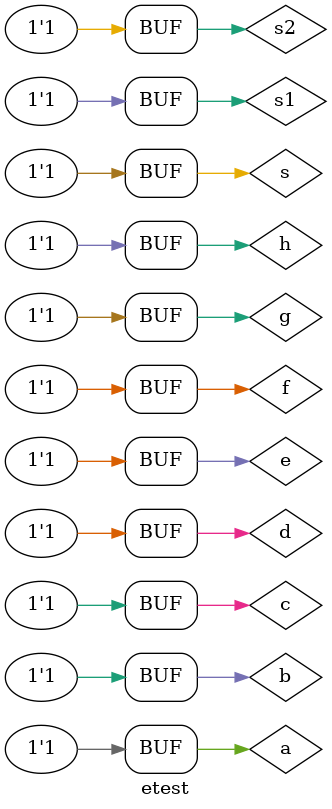
<source format=sv>
`timescale 1ns / 1ps


module etest(
    );
    logic a,b,c,d,e,f,g,h,s,s1,s2,o;
    emux dut(
        .a(a),
        .b(b),
        .c(c),
        .d(d),
        .e(e),
        .f(f),
        .g(g),
        .h(h),
        .s(s),
        .s1(s1),
        .s2(s2),
        .o(o)
    );
    initial begin
    for(int i = 0;i<2048;i++)begin
    
        {a,b,c,d,e,f,g,h,s,s1,s2} = i;
        #1;
    
    end
   end
endmodule

</source>
